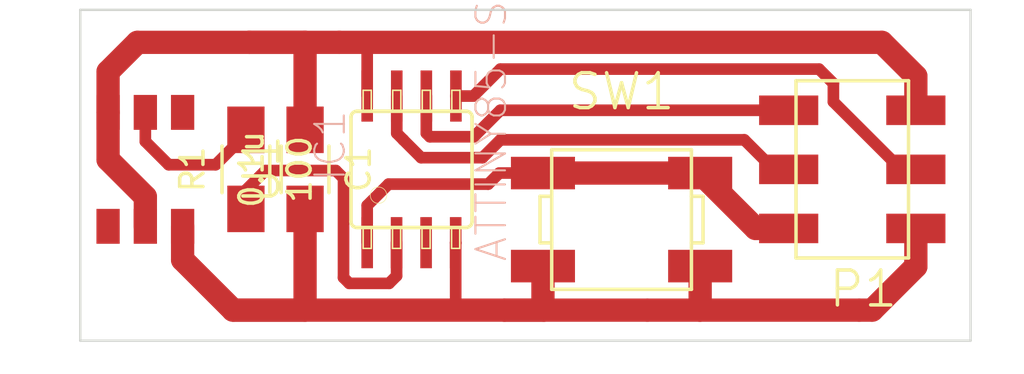
<source format=kicad_pcb>
(kicad_pcb (version 4) (host pcbnew "(2015-03-04 BZR 5478)-product")

  (general
    (links 17)
    (no_connects 0)
    (area 127.966144 111.914264 176.812 128.818)
    (thickness 1.6)
    (drawings 4)
    (tracks 79)
    (zones 0)
    (modules 6)
    (nets 12)
  )

  (page A4)
  (layers
    (0 F.Cu signal)
    (31 B.Cu signal)
    (32 B.Adhes user)
    (33 F.Adhes user)
    (34 B.Paste user)
    (35 F.Paste user)
    (36 B.SilkS user)
    (37 F.SilkS user)
    (38 B.Mask user)
    (39 F.Mask user)
    (40 Dwgs.User user)
    (41 Cmts.User user)
    (42 Eco1.User user)
    (43 Eco2.User user)
    (44 Edge.Cuts user)
    (45 Margin user)
    (46 B.CrtYd user)
    (47 F.CrtYd user)
    (48 B.Fab user)
    (49 F.Fab user)
  )

  (setup
    (last_trace_width 0.5)
    (user_trace_width 1)
    (trace_clearance 0.4)
    (zone_clearance 0.508)
    (zone_45_only no)
    (trace_min 0.4)
    (segment_width 0.2)
    (edge_width 0.1)
    (via_size 0.889)
    (via_drill 0.635)
    (via_min_size 0.889)
    (via_min_drill 0.508)
    (uvia_size 0.508)
    (uvia_drill 0.127)
    (uvias_allowed no)
    (uvia_min_size 0.508)
    (uvia_min_drill 0.127)
    (pcb_text_width 0.3)
    (pcb_text_size 1.5 1.5)
    (mod_edge_width 0.15)
    (mod_text_size 1 1)
    (mod_text_width 0.15)
    (pad_size 1.5 1.5)
    (pad_drill 0.6)
    (pad_to_mask_clearance 0)
    (aux_axis_origin 135.89 127)
    (grid_origin 135.763 127)
    (visible_elements FFFFEF7F)
    (pcbplotparams
      (layerselection 0x00000_00000001)
      (usegerberextensions true)
      (excludeedgelayer true)
      (linewidth 0.100000)
      (plotframeref false)
      (viasonmask false)
      (mode 1)
      (useauxorigin true)
      (hpglpennumber 1)
      (hpglpenspeed 20)
      (hpglpendiameter 15)
      (hpglpenoverlay 2)
      (psnegative false)
      (psa4output false)
      (plotreference true)
      (plotvalue true)
      (plotinvisibletext false)
      (padsonsilk false)
      (subtractmaskfromsilk false)
      (outputformat 1)
      (mirror false)
      (drillshape 0)
      (scaleselection 1)
      (outputdirectory ""))
  )

  (net 0 "")
  (net 1 VDD)
  (net 2 GND)
  (net 3 "Net-(IC1-Pad1)")
  (net 4 "Net-(IC1-Pad2)")
  (net 5 "Net-(IC1-Pad3)")
  (net 6 "Net-(IC1-Pad5)")
  (net 7 "Net-(IC1-Pad6)")
  (net 8 "Net-(IC1-Pad7)")
  (net 9 "Net-(R1-Pad2)")
  (net 10 "Net-(U1-Pad4)")
  (net 11 "Net-(U1-Pad1)")

  (net_class Default "This is the default net class."
    (clearance 0.4)
    (trace_width 0.5)
    (via_dia 0.889)
    (via_drill 0.635)
    (uvia_dia 0.508)
    (uvia_drill 0.127)
    (add_net GND)
    (add_net "Net-(IC1-Pad1)")
    (add_net "Net-(IC1-Pad2)")
    (add_net "Net-(IC1-Pad3)")
    (add_net "Net-(IC1-Pad5)")
    (add_net "Net-(IC1-Pad6)")
    (add_net "Net-(IC1-Pad7)")
    (add_net "Net-(R1-Pad2)")
    (add_net "Net-(U1-Pad1)")
    (add_net "Net-(U1-Pad4)")
    (add_net VDD)
  )

  (module FabLibrary:C_1206_HandSoldering_IainEdit (layer F.Cu) (tedit 54FE01C7) (tstamp 54FE0439)
    (at 145.542 119.634 270)
    (descr "Capacitor SMD 1206, hand soldering")
    (tags "capacitor 1206")
    (path /54FE0792)
    (attr smd)
    (fp_text reference C1 (at 0 -2.3 270) (layer F.SilkS)
      (effects (font (size 1 1) (thickness 0.15)))
    )
    (fp_text value 0.1u (at 0 2.3 270) (layer F.SilkS)
      (effects (font (size 1 1) (thickness 0.15)))
    )
    (fp_line (start -3.3 -1.15) (end 3.3 -1.15) (layer F.CrtYd) (width 0.05))
    (fp_line (start -3.3 1.15) (end 3.3 1.15) (layer F.CrtYd) (width 0.05))
    (fp_line (start -3.3 -1.15) (end -3.3 1.15) (layer F.CrtYd) (width 0.05))
    (fp_line (start 3.3 -1.15) (end 3.3 1.15) (layer F.CrtYd) (width 0.05))
    (fp_line (start 1 -1.025) (end -1 -1.025) (layer F.SilkS) (width 0.15))
    (fp_line (start -1 1.025) (end 1 1.025) (layer F.SilkS) (width 0.15))
    (pad 1 smd rect (at -1.7 0 270) (size 2 1.6) (layers F.Cu F.Paste F.Mask)
      (net 1 VDD))
    (pad 2 smd rect (at 1.7 0 270) (size 2 1.6) (layers F.Cu F.Paste F.Mask)
      (net 2 GND))
    (model Capacitors_SMD/C_1206_HandSoldering.wrl
      (at (xyz 0 0 0))
      (scale (xyz 1 1 1))
      (rotate (xyz 0 0 0))
    )
  )

  (module FabLibrary:avr-SOIC8 (layer F.Cu) (tedit 200000) (tstamp 54FE04E8)
    (at 150.114 119.634)
    (descr "WIDE PLASTIC GULL WING SMALL OUTLINE PACKAGE")
    (tags "WIDE PLASTIC GULL WING SMALL OUTLINE PACKAGE")
    (path /54FDE421)
    (attr smd)
    (fp_text reference IC1 (at -3.4925 -1.016 90) (layer B.SilkS)
      (effects (font (size 1.27 1.27) (thickness 0.0889)))
    )
    (fp_text value ATTINY85-S (at 3.429 -1.651 90) (layer B.SilkS)
      (effects (font (size 1.27 1.27) (thickness 0.0889)))
    )
    (fp_line (start -2.07772 -2.49936) (end -1.72974 -2.49936) (layer F.SilkS) (width 0.06604))
    (fp_line (start -1.72974 -2.49936) (end -1.72974 -3.39852) (layer F.SilkS) (width 0.06604))
    (fp_line (start -2.07772 -3.39852) (end -1.72974 -3.39852) (layer F.SilkS) (width 0.06604))
    (fp_line (start -2.07772 -2.49936) (end -2.07772 -3.39852) (layer F.SilkS) (width 0.06604))
    (fp_line (start -0.80772 -2.49936) (end -0.45974 -2.49936) (layer F.SilkS) (width 0.06604))
    (fp_line (start -0.45974 -2.49936) (end -0.45974 -3.39852) (layer F.SilkS) (width 0.06604))
    (fp_line (start -0.80772 -3.39852) (end -0.45974 -3.39852) (layer F.SilkS) (width 0.06604))
    (fp_line (start -0.80772 -2.49936) (end -0.80772 -3.39852) (layer F.SilkS) (width 0.06604))
    (fp_line (start 0.45974 -2.49936) (end 0.80772 -2.49936) (layer F.SilkS) (width 0.06604))
    (fp_line (start 0.80772 -2.49936) (end 0.80772 -3.39852) (layer F.SilkS) (width 0.06604))
    (fp_line (start 0.45974 -3.39852) (end 0.80772 -3.39852) (layer F.SilkS) (width 0.06604))
    (fp_line (start 0.45974 -2.49936) (end 0.45974 -3.39852) (layer F.SilkS) (width 0.06604))
    (fp_line (start 1.72974 -2.49936) (end 2.07772 -2.49936) (layer F.SilkS) (width 0.06604))
    (fp_line (start 2.07772 -2.49936) (end 2.07772 -3.39852) (layer F.SilkS) (width 0.06604))
    (fp_line (start 1.72974 -3.39852) (end 2.07772 -3.39852) (layer F.SilkS) (width 0.06604))
    (fp_line (start 1.72974 -2.49936) (end 1.72974 -3.39852) (layer F.SilkS) (width 0.06604))
    (fp_line (start 1.71958 3.39852) (end 2.06756 3.39852) (layer F.SilkS) (width 0.06604))
    (fp_line (start 2.06756 3.39852) (end 2.06756 2.49936) (layer F.SilkS) (width 0.06604))
    (fp_line (start 1.71958 2.49936) (end 2.06756 2.49936) (layer F.SilkS) (width 0.06604))
    (fp_line (start 1.71958 3.39852) (end 1.71958 2.49936) (layer F.SilkS) (width 0.06604))
    (fp_line (start 0.44958 3.39852) (end 0.79756 3.39852) (layer F.SilkS) (width 0.06604))
    (fp_line (start 0.79756 3.39852) (end 0.79756 2.49936) (layer F.SilkS) (width 0.06604))
    (fp_line (start 0.44958 2.49936) (end 0.79756 2.49936) (layer F.SilkS) (width 0.06604))
    (fp_line (start 0.44958 3.39852) (end 0.44958 2.49936) (layer F.SilkS) (width 0.06604))
    (fp_line (start -0.81788 3.39852) (end -0.4699 3.39852) (layer F.SilkS) (width 0.06604))
    (fp_line (start -0.4699 3.39852) (end -0.4699 2.49936) (layer F.SilkS) (width 0.06604))
    (fp_line (start -0.81788 2.49936) (end -0.4699 2.49936) (layer F.SilkS) (width 0.06604))
    (fp_line (start -0.81788 3.39852) (end -0.81788 2.49936) (layer F.SilkS) (width 0.06604))
    (fp_line (start -2.07772 3.39852) (end -1.72974 3.39852) (layer F.SilkS) (width 0.06604))
    (fp_line (start -1.72974 3.39852) (end -1.72974 2.49936) (layer F.SilkS) (width 0.06604))
    (fp_line (start -2.07772 2.49936) (end -1.72974 2.49936) (layer F.SilkS) (width 0.06604))
    (fp_line (start -2.07772 3.39852) (end -2.07772 2.49936) (layer F.SilkS) (width 0.06604))
    (fp_line (start 2.35966 2.49936) (end -2.33934 2.49936) (layer F.SilkS) (width 0.1524))
    (fp_line (start -2.33934 -2.49936) (end 2.35966 -2.49936) (layer F.SilkS) (width 0.1524))
    (fp_line (start -2.2098 -2.49936) (end -2.33934 -2.49936) (layer F.SilkS) (width 0.1524))
    (fp_line (start -1.5875 -2.49936) (end -0.94996 -2.49936) (layer F.SilkS) (width 0.1524))
    (fp_line (start -0.3175 -2.49936) (end 0.3175 -2.49936) (layer F.SilkS) (width 0.1524))
    (fp_line (start 0.94996 -2.49936) (end 1.5875 -2.49936) (layer F.SilkS) (width 0.1524))
    (fp_line (start 2.2098 -2.49936) (end 2.35966 -2.49936) (layer F.SilkS) (width 0.1524))
    (fp_line (start 2.19964 2.49936) (end 2.32918 2.49936) (layer F.SilkS) (width 0.1524))
    (fp_line (start 1.5875 2.49936) (end 0.9398 2.49936) (layer F.SilkS) (width 0.1524))
    (fp_line (start 0.3175 2.49936) (end -0.32766 2.49936) (layer F.SilkS) (width 0.1524))
    (fp_line (start -0.94996 2.49936) (end -1.5875 2.49936) (layer F.SilkS) (width 0.1524))
    (fp_line (start -2.2098 2.49936) (end -2.33934 2.49936) (layer F.SilkS) (width 0.1524))
    (fp_line (start -2.59842 -2.2479) (end -2.59842 2.23774) (layer F.SilkS) (width 0.1524))
    (fp_line (start 2.59842 2.2479) (end 2.59842 -2.2479) (layer F.SilkS) (width 0.1524))
    (fp_circle (center -1.41986 1.11252) (end -1.66878 1.36144) (layer F.SilkS) (width 0.0254))
    (fp_arc (start -2.3495 -2.2479) (end -2.59842 -2.2479) (angle 90) (layer F.SilkS) (width 0.1524))
    (fp_arc (start 2.3495 -2.2479) (end 2.3495 -2.49936) (angle 90) (layer F.SilkS) (width 0.1524))
    (fp_arc (start 2.3495 2.2479) (end 2.59842 2.2479) (angle 90) (layer F.SilkS) (width 0.1524))
    (fp_arc (start -2.3495 2.2479) (end -2.3495 2.49936) (angle 90) (layer F.SilkS) (width 0.1524))
    (pad 1 smd rect (at -1.905 3.15214) (size 0.49784 2.19964) (layers F.Cu F.Paste F.Mask)
      (net 3 "Net-(IC1-Pad1)"))
    (pad 2 smd rect (at -0.64262 3.15214) (size 0.49784 2.19964) (layers F.Cu F.Paste F.Mask)
      (net 4 "Net-(IC1-Pad2)"))
    (pad 3 smd rect (at 0.62484 3.15214) (size 0.49784 2.19964) (layers F.Cu F.Paste F.Mask)
      (net 5 "Net-(IC1-Pad3)"))
    (pad 4 smd rect (at 1.89484 3.15214) (size 0.49784 2.19964) (layers F.Cu F.Paste F.Mask)
      (net 2 GND))
    (pad 5 smd rect (at 1.905 -3.15214) (size 0.49784 2.19964) (layers F.Cu F.Paste F.Mask)
      (net 6 "Net-(IC1-Pad5)"))
    (pad 6 smd rect (at 0.635 -3.15214) (size 0.49784 2.19964) (layers F.Cu F.Paste F.Mask)
      (net 7 "Net-(IC1-Pad6)"))
    (pad 7 smd rect (at -0.635 -3.15214) (size 0.49784 2.19964) (layers F.Cu F.Paste F.Mask)
      (net 8 "Net-(IC1-Pad7)"))
    (pad 8 smd rect (at -1.905 -3.15214) (size 0.49784 2.19964) (layers F.Cu F.Paste F.Mask)
      (net 1 VDD))
  )

  (module FabLibrary:CON_2x3_SMD (layer F.Cu) (tedit 54EB7D0D) (tstamp 54FE044F)
    (at 169.037 119.634)
    (path /54FDED0C)
    (fp_text reference P1 (at 0.47 5.14) (layer F.SilkS)
      (effects (font (size 1.5 1.5) (thickness 0.15)))
    )
    (fp_text value CONN_02X03 (at 0.05 -5.41) (layer F.Fab)
      (effects (font (size 1.5 1.5) (thickness 0.15)))
    )
    (fp_line (start -2.415 -3.81) (end 2.415 -3.81) (layer F.SilkS) (width 0.15))
    (fp_line (start 2.415 -3.81) (end 2.415 3.81) (layer F.SilkS) (width 0.15))
    (fp_line (start -2.415 3.81) (end 2.415 3.81) (layer F.SilkS) (width 0.15))
    (fp_line (start -2.415 3.81) (end -2.415 -3.81) (layer F.SilkS) (width 0.15))
    (pad 1 smd rect (at -2.73 -2.54) (size 2.54 1.27) (layers F.Cu F.Paste F.Mask)
      (net 7 "Net-(IC1-Pad6)"))
    (pad 2 smd rect (at 2.73 -2.54) (size 2.54 1.27) (layers F.Cu F.Paste F.Mask)
      (net 1 VDD))
    (pad 3 smd rect (at -2.73 0) (size 2.54 1.27) (layers F.Cu F.Paste F.Mask)
      (net 8 "Net-(IC1-Pad7)"))
    (pad 4 smd rect (at 2.73 0) (size 2.54 1.27) (layers F.Cu F.Paste F.Mask)
      (net 6 "Net-(IC1-Pad5)"))
    (pad 5 smd rect (at -2.73 2.54) (size 2.54 1.27) (layers F.Cu F.Paste F.Mask)
      (net 3 "Net-(IC1-Pad1)"))
    (pad 6 smd rect (at 2.73 2.54) (size 2.54 1.27) (layers F.Cu F.Paste F.Mask)
      (net 2 GND))
  )

  (module FabLibrary:C_1206_HandSoldering_IainEdit (layer F.Cu) (tedit 54FE01C7) (tstamp 54FE0455)
    (at 143.002 119.634 90)
    (descr "Capacitor SMD 1206, hand soldering")
    (tags "capacitor 1206")
    (path /54FE04FB)
    (attr smd)
    (fp_text reference R1 (at 0 -2.3 90) (layer F.SilkS)
      (effects (font (size 1 1) (thickness 0.15)))
    )
    (fp_text value 100 (at 0 2.3 90) (layer F.SilkS)
      (effects (font (size 1 1) (thickness 0.15)))
    )
    (fp_line (start -3.3 -1.15) (end 3.3 -1.15) (layer F.CrtYd) (width 0.05))
    (fp_line (start -3.3 1.15) (end 3.3 1.15) (layer F.CrtYd) (width 0.05))
    (fp_line (start -3.3 -1.15) (end -3.3 1.15) (layer F.CrtYd) (width 0.05))
    (fp_line (start 3.3 -1.15) (end 3.3 1.15) (layer F.CrtYd) (width 0.05))
    (fp_line (start 1 -1.025) (end -1 -1.025) (layer F.SilkS) (width 0.15))
    (fp_line (start -1 1.025) (end 1 1.025) (layer F.SilkS) (width 0.15))
    (pad 1 smd rect (at -1.7 0 90) (size 2 1.6) (layers F.Cu F.Paste F.Mask)
      (net 4 "Net-(IC1-Pad2)"))
    (pad 2 smd rect (at 1.7 0 90) (size 2 1.6) (layers F.Cu F.Paste F.Mask)
      (net 9 "Net-(R1-Pad2)"))
    (model Capacitors_SMD/C_1206_HandSoldering.wrl
      (at (xyz 0 0 0))
      (scale (xyz 1 1 1))
      (rotate (xyz 0 0 0))
    )
  )

  (module FabLibrary:WS812S (layer F.Cu) (tedit 54F09AF5) (tstamp 54FE0467)
    (at 138.684 119.634 90)
    (path /54FDEC30)
    (fp_text reference U1 (at 0 5 90) (layer F.SilkS)
      (effects (font (size 1.5 1.5) (thickness 0.15)))
    )
    (fp_text value WS2812S (at 0 -5.1 90) (layer F.Fab)
      (effects (font (size 1.5 1.5) (thickness 0.15)))
    )
    (pad 4 smd rect (at -2.45 -1.6 90) (size 1.5 1) (layers F.Cu F.Paste F.Mask)
      (net 10 "Net-(U1-Pad4)"))
    (pad 3 smd rect (at 2.45 -1.6 90) (size 1.5 1) (layers F.Cu F.Paste F.Mask)
      (net 1 VDD))
    (pad 5 smd rect (at -2.45 0 90) (size 1.5 1) (layers F.Cu F.Paste F.Mask)
      (net 1 VDD))
    (pad 2 smd rect (at 2.45 0 90) (size 1.5 1) (layers F.Cu F.Paste F.Mask)
      (net 9 "Net-(R1-Pad2)"))
    (pad 6 smd rect (at -2.45 1.6 90) (size 1.5 1) (layers F.Cu F.Paste F.Mask)
      (net 2 GND))
    (pad 1 smd rect (at 2.45 1.6 90) (size 1.5 1) (layers F.Cu F.Paste F.Mask)
      (net 11 "Net-(U1-Pad1)"))
  )

  (module FabLibrary:PushButton_smd (layer F.Cu) (tedit 54FE1F09) (tstamp 54FE2001)
    (at 159.131 121.793 180)
    (path /54FE1FB5)
    (fp_text reference SW1 (at 0 5.5 180) (layer F.SilkS)
      (effects (font (size 1.5 1.5) (thickness 0.15)))
    )
    (fp_text value DPST_fixed (at 0 -5.5 180) (layer F.Fab)
      (effects (font (size 1.5 1.5) (thickness 0.15)))
    )
    (fp_line (start -3 1) (end -3.5 1) (layer F.SilkS) (width 0.15))
    (fp_line (start -3.5 1) (end -3.5 -1) (layer F.SilkS) (width 0.15))
    (fp_line (start -3.5 -1) (end -3 -1) (layer F.SilkS) (width 0.15))
    (fp_line (start 3 -1) (end 3.5 -1) (layer F.SilkS) (width 0.15))
    (fp_line (start 3.5 -1) (end 3.5 1) (layer F.SilkS) (width 0.15))
    (fp_line (start 3.5 1) (end 3 1) (layer F.SilkS) (width 0.15))
    (fp_line (start -3 -3) (end -3 3) (layer F.SilkS) (width 0.15))
    (fp_line (start 3 3) (end -3 3) (layer F.SilkS) (width 0.15))
    (fp_line (start 3 3) (end 3 -3) (layer F.SilkS) (width 0.15))
    (fp_line (start -3 -3) (end 3 -3) (layer F.SilkS) (width 0.15))
    (pad 4 smd rect (at -3.375 -2 180) (size 2.75 1.4) (layers F.Cu F.Paste F.Mask)
      (net 2 GND))
    (pad 3 smd rect (at 3.375 -2 180) (size 2.75 1.4) (layers F.Cu F.Paste F.Mask)
      (net 2 GND))
    (pad 2 smd rect (at -3.375 2 180) (size 2.75 1.4) (layers F.Cu F.Paste F.Mask)
      (net 3 "Net-(IC1-Pad1)"))
    (pad 1 smd rect (at 3.375 2 180) (size 2.75 1.4) (layers F.Cu F.Paste F.Mask)
      (net 3 "Net-(IC1-Pad1)"))
  )

  (gr_line (start 174.117 112.776) (end 135.89 112.776) (layer Edge.Cuts) (width 0.1))
  (gr_line (start 174.117 127) (end 174.117 112.776) (layer Edge.Cuts) (width 0.1))
  (gr_line (start 135.89 127) (end 174.117 127) (layer Edge.Cuts) (width 0.1))
  (gr_line (start 135.89 112.776) (end 135.89 127) (angle 90) (layer Edge.Cuts) (width 0.1))

  (segment (start 171.767 117.094) (end 171.767 115.633) (width 1) (layer F.Cu) (net 1))
  (segment (start 171.767 115.633) (end 170.307 114.173) (width 1) (layer F.Cu) (net 1))
  (segment (start 170.307 114.173) (end 147.008618 114.173) (width 1) (layer F.Cu) (net 1))
  (segment (start 138.684 120.813998) (end 138.684 122.084) (width 1) (layer F.Cu) (net 1))
  (segment (start 137.084 119.213998) (end 138.684 120.813998) (width 1) (layer F.Cu) (net 1))
  (segment (start 137.084 117.184) (end 137.084 119.213998) (width 1) (layer F.Cu) (net 1))
  (segment (start 137.084 115.434) (end 137.084 117.184) (width 1) (layer F.Cu) (net 1))
  (segment (start 138.345 114.173) (end 137.084 115.434) (width 1) (layer F.Cu) (net 1))
  (segment (start 143.146709 114.173) (end 138.345 114.173) (width 1) (layer F.Cu) (net 1))
  (segment (start 145.542 114.173) (end 143.146709 114.173) (width 1) (layer F.Cu) (net 1))
  (segment (start 145.542 117.934) (end 145.542 114.173) (width 1) (layer F.Cu) (net 1))
  (segment (start 147.008618 114.173) (end 143.146709 114.173) (width 1) (layer F.Cu) (net 1))
  (segment (start 148.209 114.173) (end 147.008618 114.173) (width 0.5) (layer F.Cu) (net 1))
  (segment (start 148.209 116.48186) (end 148.209 114.173) (width 0.5) (layer F.Cu) (net 1))
  (segment (start 171.767 122.174) (end 171.767 123.809) (width 1) (layer F.Cu) (net 2))
  (segment (start 171.767 123.809) (end 169.890029 125.685971) (width 1) (layer F.Cu) (net 2))
  (segment (start 169.890029 125.685971) (end 169.335029 125.685971) (width 1) (layer F.Cu) (net 2))
  (segment (start 155.756 123.793) (end 155.756 125.643967) (width 1) (layer F.Cu) (net 2))
  (segment (start 155.756 125.643967) (end 155.798004 125.685971) (width 1) (layer F.Cu) (net 2))
  (segment (start 162.506 123.793) (end 162.506 125.493) (width 1) (layer F.Cu) (net 2))
  (segment (start 162.506 125.493) (end 162.4965 125.5025) (width 1) (layer F.Cu) (net 2))
  (segment (start 162.4965 125.5025) (end 162.4965 125.685971) (width 1) (layer F.Cu) (net 2))
  (segment (start 152.019 122.7963) (end 152.00884 122.78614) (width 0.5) (layer F.Cu) (net 2))
  (segment (start 140.284 123.52) (end 140.284 122.084) (width 1) (layer F.Cu) (net 2))
  (segment (start 142.449971 125.685971) (end 140.284 123.52) (width 1) (layer F.Cu) (net 2))
  (segment (start 145.542 125.685971) (end 142.449971 125.685971) (width 1) (layer F.Cu) (net 2))
  (segment (start 145.542 121.334) (end 145.542 125.685971) (width 1) (layer F.Cu) (net 2))
  (segment (start 152.00884 122.78614) (end 152.00884 125.685971) (width 0.5) (layer F.Cu) (net 2))
  (segment (start 162.4965 125.685971) (end 160.239544 125.685971) (width 1) (layer F.Cu) (net 2))
  (segment (start 160.239544 125.685971) (end 154.094102 125.685971) (width 1) (layer F.Cu) (net 2))
  (segment (start 155.798004 125.685971) (end 154.094102 125.685971) (width 1) (layer F.Cu) (net 2))
  (segment (start 154.094102 125.685971) (end 142.449971 125.685971) (width 1) (layer F.Cu) (net 2))
  (segment (start 152.00884 125.685971) (end 154.094102 125.685971) (width 0.5) (layer F.Cu) (net 2))
  (segment (start 169.335029 125.685971) (end 162.4965 125.685971) (width 1) (layer F.Cu) (net 2))
  (segment (start 166.307 122.174) (end 164.887 122.174) (width 1) (layer F.Cu) (net 3))
  (segment (start 164.887 122.174) (end 162.506 119.793) (width 1) (layer F.Cu) (net 3))
  (segment (start 155.756 119.793) (end 153.881 119.793) (width 0.5) (layer F.Cu) (net 3))
  (segment (start 153.881 119.793) (end 153.405 120.269) (width 0.5) (layer F.Cu) (net 3))
  (segment (start 153.405 120.269) (end 149.12632 120.269) (width 0.5) (layer F.Cu) (net 3))
  (segment (start 149.12632 120.269) (end 148.209 121.18632) (width 0.5) (layer F.Cu) (net 3))
  (segment (start 148.209 121.18632) (end 148.209 122.78614) (width 0.5) (layer F.Cu) (net 3))
  (segment (start 162.506 119.793) (end 155.756 119.793) (width 1) (layer F.Cu) (net 3))
  (segment (start 166.257 122.124) (end 166.307 122.174) (width 0.5) (layer F.Cu) (net 3) (status 30))
  (segment (start 166.053 121.92) (end 166.307 122.174) (width 0.5) (layer F.Cu) (net 3) (status 30))
  (segment (start 149.149039 124.535961) (end 149.47138 124.21362) (width 0.5) (layer F.Cu) (net 4))
  (segment (start 147.440079 124.535961) (end 149.149039 124.535961) (width 0.5) (layer F.Cu) (net 4))
  (segment (start 147.193 124.288882) (end 147.440079 124.535961) (width 0.5) (layer F.Cu) (net 4))
  (segment (start 149.47138 124.21362) (end 149.47138 122.78614) (width 0.5) (layer F.Cu) (net 4))
  (segment (start 146.862001 119.683999) (end 147.193 120.014998) (width 0.5) (layer F.Cu) (net 4))
  (segment (start 143.841001 119.683999) (end 146.862001 119.683999) (width 0.5) (layer F.Cu) (net 4))
  (segment (start 143.002 120.523) (end 143.841001 119.683999) (width 0.5) (layer F.Cu) (net 4))
  (segment (start 147.193 120.014998) (end 147.193 124.288882) (width 0.5) (layer F.Cu) (net 4))
  (segment (start 143.002 121.334) (end 143.002 120.523) (width 0.5) (layer F.Cu) (net 4))
  (segment (start 171.767 119.634) (end 171.132 119.634) (width 0.5) (layer F.Cu) (net 6))
  (segment (start 168.227001 115.938999) (end 167.611012 115.32301) (width 0.5) (layer F.Cu) (net 6))
  (segment (start 171.132 119.634) (end 168.227001 116.729001) (width 0.5) (layer F.Cu) (net 6))
  (segment (start 168.227001 116.729001) (end 168.227001 115.938999) (width 0.5) (layer F.Cu) (net 6))
  (segment (start 167.611012 115.32301) (end 153.92677 115.32301) (width 0.5) (layer F.Cu) (net 6))
  (segment (start 153.92677 115.32301) (end 152.76792 116.48186) (width 0.5) (layer F.Cu) (net 6))
  (segment (start 152.76792 116.48186) (end 152.019 116.48186) (width 0.5) (layer F.Cu) (net 6))
  (segment (start 166.307 117.094) (end 153.925602 117.094) (width 0.5) (layer F.Cu) (net 7))
  (segment (start 153.925602 117.094) (end 152.787921 118.231681) (width 0.5) (layer F.Cu) (net 7))
  (segment (start 152.787921 118.231681) (end 150.899001 118.231681) (width 0.5) (layer F.Cu) (net 7))
  (segment (start 150.899001 118.231681) (end 150.749 118.08168) (width 0.5) (layer F.Cu) (net 7))
  (segment (start 150.749 118.08168) (end 150.749 116.48186) (width 0.5) (layer F.Cu) (net 7))
  (segment (start 149.76132 118.364) (end 149.76132 118.366806) (width 0.5) (layer F.Cu) (net 8))
  (segment (start 149.76132 118.366806) (end 150.526205 119.131691) (width 0.5) (layer F.Cu) (net 8))
  (segment (start 150.526205 119.131691) (end 153.160717 119.131691) (width 0.5) (layer F.Cu) (net 8))
  (segment (start 153.160717 119.131691) (end 153.928408 118.364) (width 0.5) (layer F.Cu) (net 8))
  (segment (start 153.928408 118.364) (end 164.402 118.364) (width 0.5) (layer F.Cu) (net 8))
  (segment (start 166.307 119.634) (end 165.672 119.634) (width 0.5) (layer F.Cu) (net 8))
  (segment (start 165.672 119.634) (end 164.402 118.364) (width 0.5) (layer F.Cu) (net 8))
  (segment (start 149.76132 118.364) (end 149.479 118.08168) (width 0.5) (layer F.Cu) (net 8))
  (segment (start 149.479 118.08168) (end 149.479 116.48186) (width 0.5) (layer F.Cu) (net 8))
  (segment (start 143.002 118.134) (end 143.002 117.934) (width 0.5) (layer F.Cu) (net 9))
  (segment (start 141.702 119.434) (end 143.002 118.134) (width 0.5) (layer F.Cu) (net 9))
  (segment (start 139.684 119.434) (end 141.702 119.434) (width 0.5) (layer F.Cu) (net 9))
  (segment (start 138.684 118.434) (end 139.684 119.434) (width 0.5) (layer F.Cu) (net 9))
  (segment (start 138.684 117.184) (end 138.684 118.434) (width 0.5) (layer F.Cu) (net 9))

)

</source>
